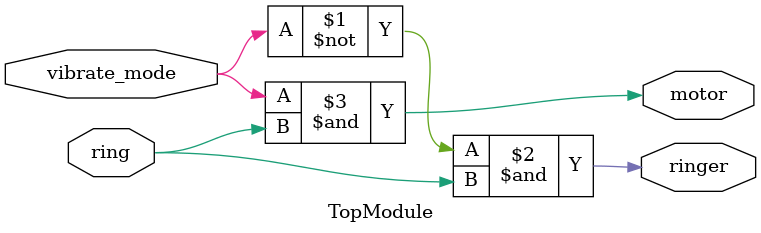
<source format=v>
module TopModule (
  input ring,
  input vibrate_mode,
  output ringer,
  output motor
);

  assign ringer = (~vibrate_mode) & ring;
  assign motor  =  vibrate_mode  & ring;

endmodule


</source>
